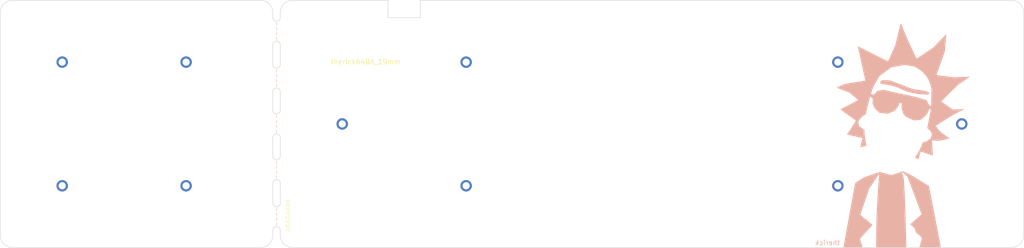
<source format=kicad_pcb>
(kicad_pcb (version 20171130) (host pcbnew "(5.1.2-1)-1")
  (layers (0 F.Cu signal) (31 B.Cu signal) (34 B.Paste user) (35 F.Paste user) (36 B.SilkS user) (37 F.SilkS user) (38 B.Mask user) (39 F.Mask user) (44 Edge.Cuts user))
  (net 0 "")
  (module Keeb_footprints:MX100_outline (layer F.Cu) (at 126.54 107.16)
    (fp_text reference U64)
    (fp_text value HOLE)
  )
  (module Keeb_footprints:MX100_outline (layer F.Cu) (at 107.54 107.16)
    (fp_text reference U63)
    (fp_text value HOLE)
  )
  (module Keeb_footprints:MX100_outline (layer F.Cu) (at 88.54 107.16)
    (fp_text reference U62)
    (fp_text value HOLE)
  )
  (module Keeb_footprints:MX100_outline (layer F.Cu) (at 69.54 107.16)
    (fp_text reference U61)
    (fp_text value HOLE)
  )
  (module Keeb_footprints:MX100_outline (layer F.Cu) (at 126.54 88.16)
    (fp_text reference U60)
    (fp_text value HOLE)
  )
  (module Keeb_footprints:MX100_outline (layer F.Cu) (at 107.54 88.16)
    (fp_text reference U59)
    (fp_text value HOLE)
  )
  (module Keeb_footprints:MX100_outline (layer F.Cu) (at 88.54 88.16)
    (fp_text reference U58)
    (fp_text value HOLE)
  )
  (module Keeb_footprints:MX100_outline (layer F.Cu) (at 69.54 88.16)
    (fp_text reference U57)
    (fp_text value HOLE)
  )
  (module Keeb_footprints:MX100_outline (layer F.Cu) (at 126.54 69.16)
    (fp_text reference U56)
    (fp_text value HOLE)
  )
  (module Keeb_footprints:MX100_outline (layer F.Cu) (at 107.54 69.16)
    (fp_text reference U55)
    (fp_text value HOLE)
  )
  (module Keeb_footprints:MX100_outline (layer F.Cu) (at 88.54 69.16)
    (fp_text reference U54)
    (fp_text value HOLE)
  )
  (module Keeb_footprints:MX100_outline (layer F.Cu) (at 69.54 69.16)
    (fp_text reference U53)
    (fp_text value HOLE)
  )
  (module Keeb_footprints:MX100_outline (layer F.Cu) (at 126.54 50.16)
    (fp_text reference U52)
    (fp_text value HOLE)
  )
  (module Keeb_footprints:MX100_outline (layer F.Cu) (at 107.54 50.16)
    (fp_text reference U51)
    (fp_text value HOLE)
  )
  (module Keeb_footprints:MX100_outline (layer F.Cu) (at 88.54 50.16)
    (fp_text reference U50)
    (fp_text value HOLE)
  )
  (module Keeb_footprints:MX100_outline (layer F.Cu) (at 69.54 50.16)
    (fp_text reference U49)
    (fp_text value HOLE)
  )
  (module Keeb_footprints:MX100_outline (layer F.Cu) (at 364.42 107.16)
    (fp_text reference U48)
    (fp_text value HOLE)
  )
  (module Keeb_footprints:MX100_outline (layer F.Cu) (at 345.42 107.16)
    (fp_text reference U47)
    (fp_text value HOLE)
  )
  (module Keeb_footprints:MX100_outline (layer F.Cu) (at 326.42 107.16)
    (fp_text reference U46)
    (fp_text value HOLE)
  )
  (module Keeb_footprints:MX100_outline (layer F.Cu) (at 307.42 107.16)
    (fp_text reference U45)
    (fp_text value HOLE)
  )
  (module Keeb_footprints:MX100_outline (layer F.Cu) (at 288.42 107.16)
    (fp_text reference U44)
    (fp_text value HOLE)
  )
  (module Keeb_footprints:MX100_outline (layer F.Cu) (at 269.42 107.16)
    (fp_text reference U43)
    (fp_text value HOLE)
  )
  (module Keeb_footprints:MX100_outline (layer F.Cu) (at 250.42 107.16)
    (fp_text reference U42)
    (fp_text value HOLE)
  )
  (module Keeb_footprints:MX100_outline (layer F.Cu) (at 231.42 107.16)
    (fp_text reference U41)
    (fp_text value HOLE)
  )
  (module Keeb_footprints:MX100_outline (layer F.Cu) (at 212.42 107.16)
    (fp_text reference U40)
    (fp_text value HOLE)
  )
  (module Keeb_footprints:MX100_outline (layer F.Cu) (at 193.42 107.16)
    (fp_text reference U39)
    (fp_text value HOLE)
  )
  (module Keeb_footprints:MX100_outline (layer F.Cu) (at 174.42 107.16)
    (fp_text reference U38)
    (fp_text value HOLE)
  )
  (module Keeb_footprints:MX100_outline (layer F.Cu) (at 155.42 107.16)
    (fp_text reference U37)
    (fp_text value HOLE)
  )
  (module Keeb_footprints:MX100_outline (layer F.Cu) (at 364.42 88.16)
    (fp_text reference U36)
    (fp_text value HOLE)
  )
  (module Keeb_footprints:MX100_outline (layer F.Cu) (at 345.42 88.16)
    (fp_text reference U35)
    (fp_text value HOLE)
  )
  (module Keeb_footprints:MX100_outline (layer F.Cu) (at 326.42 88.16)
    (fp_text reference U34)
    (fp_text value HOLE)
  )
  (module Keeb_footprints:MX100_outline (layer F.Cu) (at 307.42 88.16)
    (fp_text reference U33)
    (fp_text value HOLE)
  )
  (module Keeb_footprints:MX100_outline (layer F.Cu) (at 288.42 88.16)
    (fp_text reference U32)
    (fp_text value HOLE)
  )
  (module Keeb_footprints:MX100_outline (layer F.Cu) (at 269.42 88.16)
    (fp_text reference U31)
    (fp_text value HOLE)
  )
  (module Keeb_footprints:MX100_outline (layer F.Cu) (at 250.42 88.16)
    (fp_text reference U30)
    (fp_text value HOLE)
  )
  (module Keeb_footprints:MX100_outline (layer F.Cu) (at 231.42 88.16)
    (fp_text reference U29)
    (fp_text value HOLE)
  )
  (module Keeb_footprints:MX100_outline (layer F.Cu) (at 212.42 88.16)
    (fp_text reference U28)
    (fp_text value HOLE)
  )
  (module Keeb_footprints:MX100_outline (layer F.Cu) (at 193.42 88.16)
    (fp_text reference U27)
    (fp_text value HOLE)
  )
  (module Keeb_footprints:MX100_outline (layer F.Cu) (at 174.42 88.16)
    (fp_text reference U26)
    (fp_text value HOLE)
  )
  (module Keeb_footprints:MX100_outline (layer F.Cu) (at 155.42 88.16)
    (fp_text reference U25)
    (fp_text value HOLE)
  )
  (module Keeb_footprints:MX100_outline (layer F.Cu) (at 364.42 69.16)
    (fp_text reference U24)
    (fp_text value HOLE)
  )
  (module Keeb_footprints:MX100_outline (layer F.Cu) (at 345.42 69.16)
    (fp_text reference U23)
    (fp_text value HOLE)
  )
  (module Keeb_footprints:MX100_outline (layer F.Cu) (at 326.42 69.16)
    (fp_text reference U22)
    (fp_text value HOLE)
  )
  (module Keeb_footprints:MX100_outline (layer F.Cu) (at 307.42 69.16)
    (fp_text reference U21)
    (fp_text value HOLE)
  )
  (module Keeb_footprints:MX100_outline (layer F.Cu) (at 288.42 69.16)
    (fp_text reference U20)
    (fp_text value HOLE)
  )
  (module Keeb_footprints:MX100_outline (layer F.Cu) (at 269.42 69.16)
    (fp_text reference U19)
    (fp_text value HOLE)
  )
  (module Keeb_footprints:MX100_outline (layer F.Cu) (at 250.42 69.16)
    (fp_text reference U18)
    (fp_text value HOLE)
  )
  (module Keeb_footprints:MX100_outline (layer F.Cu) (at 231.42 69.16)
    (fp_text reference U17)
    (fp_text value HOLE)
  )
  (module Keeb_footprints:MX100_outline (layer F.Cu) (at 212.42 69.16)
    (fp_text reference U16)
    (fp_text value HOLE)
  )
  (module Keeb_footprints:MX100_outline (layer F.Cu) (at 193.42 69.16)
    (fp_text reference U15)
    (fp_text value HOLE)
  )
  (module Keeb_footprints:MX100_outline (layer F.Cu) (at 174.42 69.16)
    (fp_text reference U14)
    (fp_text value HOLE)
  )
  (module Keeb_footprints:MX100_outline (layer F.Cu) (at 155.42 69.16)
    (fp_text reference U13)
    (fp_text value HOLE)
  )
  (module Keeb_footprints:MX100_outline (layer F.Cu) (at 364.42 50.16)
    (fp_text reference U12)
    (fp_text value HOLE)
  )
  (module Keeb_footprints:MX100_outline (layer F.Cu) (at 345.42 50.16)
    (fp_text reference U11)
    (fp_text value HOLE)
  )
  (module Keeb_footprints:MX100_outline (layer F.Cu) (at 326.42 50.16)
    (fp_text reference U10)
    (fp_text value HOLE)
  )
  (module Keeb_footprints:MX100_outline (layer F.Cu) (at 307.42 50.16)
    (fp_text reference U9)
    (fp_text value HOLE)
  )
  (module Keeb_footprints:MX100_outline (layer F.Cu) (at 288.42 50.16)
    (fp_text reference U8)
    (fp_text value HOLE)
  )
  (module Keeb_footprints:MX100_outline (layer F.Cu) (at 269.42 50.16)
    (fp_text reference U7)
    (fp_text value HOLE)
  )
  (module Keeb_footprints:MX100_outline (layer F.Cu) (at 250.42 50.16)
    (fp_text reference U6)
    (fp_text value HOLE)
  )
  (module Keeb_footprints:MX100_outline (layer F.Cu) (at 231.42 50.16)
    (fp_text reference U5)
    (fp_text value HOLE)
  )
  (module Keeb_footprints:MX100_outline (layer F.Cu) (at 212.42 50.16)
    (fp_text reference U4)
    (fp_text value HOLE)
  )
  (module Keeb_footprints:MX100_outline (layer F.Cu) (at 193.42 50.16)
    (fp_text reference U3)
    (fp_text value HOLE)
  )
  (module Keeb_footprints:MX100_outline (layer F.Cu) (at 174.42 50.16)
    (fp_text reference U2)
    (fp_text value HOLE)
  )
  (module Keeb_footprints:MX100_outline (layer F.Cu) (at 155.42 50.16)
    (fp_text reference U1)
    (fp_text value HOLE)
  )
  (module random-keyboard-parts:Generic-Mounthole (layer F.Cu) (at 117.04 59.66)
    (fp_text reference H10)
    (fp_text value MountingHole)
    (pad 1 thru_hole circle (at 0 0) (size 3.5 3.5) (drill 2.2) (layers *.Cu *.Mask))
  )
  (module random-keyboard-parts:Generic-Mounthole (layer F.Cu) (at 117.04 97.66)
    (fp_text reference H9)
    (fp_text value MountingHole)
    (pad 1 thru_hole circle (at 0 0) (size 3.5 3.5) (drill 2.2) (layers *.Cu *.Mask))
  )
  (module random-keyboard-parts:Generic-Mounthole (layer F.Cu) (at 79.04 97.66)
    (fp_text reference H8)
    (fp_text value MountingHole)
    (pad 1 thru_hole circle (at 0 0) (size 3.5 3.5) (drill 2.2) (layers *.Cu *.Mask))
  )
  (module random-keyboard-parts:Generic-Mounthole (layer F.Cu) (at 79.04 59.66)
    (fp_text reference H7)
    (fp_text value MountingHole)
    (pad 1 thru_hole circle (at 0 0) (size 3.5 3.5) (drill 2.2) (layers *.Cu *.Mask))
  )
  (module acheron_Hardware:MouseBite_IPC7351 (layer F.Cu) (at 143.64 50.16 90)
    (fp_text reference U70)
    (fp_text value HOLE)
    (pad "" np_thru_hole circle (at -2.5 0 90) (size 0.8 0.8) (drill 0.8) (layers *.Cu *.Mask))
    (pad "" np_thru_hole circle (at -1.25 0 90) (size 0.8 0.8) (drill 0.8) (layers *.Cu *.Mask))
    (pad "" np_thru_hole circle (at 2.5 0 90) (size 0.8 0.8) (drill 0.8) (layers *.Cu *.Mask))
    (pad "" np_thru_hole circle (at 1.25 0 90) (size 0.8 0.8) (drill 0.8) (layers *.Cu *.Mask))
    (pad "" np_thru_hole circle (at 0 0 90) (size 0.8 0.8) (drill 0.8) (layers *.Cu *.Mask))
  )
  (module acheron_Hardware:MouseBite_IPC7351 (layer F.Cu) (at 143.64 64.6 90)
    (fp_text reference U69)
    (fp_text value HOLE)
    (pad "" np_thru_hole circle (at -2.5 0 90) (size 0.8 0.8) (drill 0.8) (layers *.Cu *.Mask))
    (pad "" np_thru_hole circle (at -1.25 0 90) (size 0.8 0.8) (drill 0.8) (layers *.Cu *.Mask))
    (pad "" np_thru_hole circle (at 2.5 0 90) (size 0.8 0.8) (drill 0.8) (layers *.Cu *.Mask))
    (pad "" np_thru_hole circle (at 1.25 0 90) (size 0.8 0.8) (drill 0.8) (layers *.Cu *.Mask))
    (pad "" np_thru_hole circle (at 0 0 90) (size 0.8 0.8) (drill 0.8) (layers *.Cu *.Mask))
  )
  (module acheron_Hardware:MouseBite_IPC7351 (layer F.Cu) (at 143.64 78.66 90)
    (fp_text reference U68)
    (fp_text value HOLE)
    (pad "" np_thru_hole circle (at -2.5 0 90) (size 0.8 0.8) (drill 0.8) (layers *.Cu *.Mask))
    (pad "" np_thru_hole circle (at -1.25 0 90) (size 0.8 0.8) (drill 0.8) (layers *.Cu *.Mask))
    (pad "" np_thru_hole circle (at 2.5 0 90) (size 0.8 0.8) (drill 0.8) (layers *.Cu *.Mask))
    (pad "" np_thru_hole circle (at 1.25 0 90) (size 0.8 0.8) (drill 0.8) (layers *.Cu *.Mask))
    (pad "" np_thru_hole circle (at 0 0 90) (size 0.8 0.8) (drill 0.8) (layers *.Cu *.Mask))
  )
  (module acheron_Hardware:MouseBite_IPC7351 (layer F.Cu) (at 143.64 92.72 90)
    (fp_text reference U67)
    (fp_text value HOLE)
    (pad "" np_thru_hole circle (at -2.5 0 90) (size 0.8 0.8) (drill 0.8) (layers *.Cu *.Mask))
    (pad "" np_thru_hole circle (at -1.25 0 90) (size 0.8 0.8) (drill 0.8) (layers *.Cu *.Mask))
    (pad "" np_thru_hole circle (at 2.5 0 90) (size 0.8 0.8) (drill 0.8) (layers *.Cu *.Mask))
    (pad "" np_thru_hole circle (at 1.25 0 90) (size 0.8 0.8) (drill 0.8) (layers *.Cu *.Mask))
    (pad "" np_thru_hole circle (at 0 0 90) (size 0.8 0.8) (drill 0.8) (layers *.Cu *.Mask))
  )
  (module acheron_Hardware:MouseBite_IPC7351 (layer F.Cu) (at 143.64 107.16 90)
    (fp_text reference U66)
    (fp_text value HOLE)
    (pad "" np_thru_hole circle (at -2.5 0 90) (size 0.8 0.8) (drill 0.8) (layers *.Cu *.Mask))
    (pad "" np_thru_hole circle (at -1.25 0 90) (size 0.8 0.8) (drill 0.8) (layers *.Cu *.Mask))
    (pad "" np_thru_hole circle (at 2.5 0 90) (size 0.8 0.8) (drill 0.8) (layers *.Cu *.Mask))
    (pad "" np_thru_hole circle (at 1.25 0 90) (size 0.8 0.8) (drill 0.8) (layers *.Cu *.Mask))
    (pad "" np_thru_hole circle (at 0 0 90) (size 0.8 0.8) (drill 0.8) (layers *.Cu *.Mask))
  )
  (module Artwork:rick_large (layer B.Cu) (at 337.16625 82.296875 180)
    (fp_text reference U65 hide)
    (fp_text value HOLE hide)
    (fp_poly (pts (xy 7.015348 16.828876) (xy 7.293472 16.555918) (xy 7.179463 16.265675) (xy 7.129511 16.145662) (xy 7.07489 16.054858) (xy 6.997239 15.986717) (xy 6.878202 15.934695) (xy 6.699419 15.892244) (xy 6.442533 15.852821) (xy 6.089185 15.809878) (xy 5.813351 15.778586) (xy 5.115897 15.680371) (xy 4.388311 15.542399) (xy 3.655785 15.371742) (xy 2.943513 15.175471) (xy 2.276688 14.960658) (xy 1.680501 14.734375) (xy 1.180146 14.503692) (xy 1.0795 14.449778) (xy 0.402342 14.116625) (xy -0.39138 13.800847) (xy -1.292025 13.50565) (xy -2.289948 13.234239) (xy -3.20675 13.024787) (xy -3.5783 12.952725) (xy -3.968008 12.89035) (xy -4.394824 12.835683) (xy -4.877699 12.786744) (xy -5.435581 12.741555) (xy -6.087421 12.698138) (xy -6.643891 12.665849) (xy -7.350532 12.626799) (xy -7.576549 12.825244) (xy -7.802566 13.02369) (xy -7.670251 13.247946) (xy -7.608846 13.346706) (xy -7.544687 13.422574) (xy -7.457186 13.485047) (xy -7.325758 13.543623) (xy -7.129814 13.607798) (xy -6.848768 13.687069) (xy -6.536107 13.771137) (xy -6.058887 13.881287) (xy -5.498397 13.977611) (xy -4.836374 14.063075) (xy -4.550905 14.093677) (xy -4.070542 14.145372) (xy -3.684674 14.194513) (xy -3.361081 14.247023) (xy -3.06754 14.308823) (xy -2.77183 14.385833) (xy -2.463338 14.477309) (xy -2.089201 14.599415) (xy -1.694645 14.739606) (xy -1.32836 14.879975) (xy -1.055683 14.995019) (xy -0.864897 15.076463) (xy -0.571936 15.194925) (xy -0.193899 15.343793) (xy 0.252119 15.516454) (xy 0.74902 15.706296) (xy 1.279707 15.906708) (xy 1.827084 16.111078) (xy 1.901192 16.13856) (xy 4.278634 17.019493) (xy 5.507929 17.060663) (xy 6.737225 17.101833) (xy 7.015348 16.828876)) (layer B.SilkS) (width 0.01))
    (fp_poly (pts (xy 1.043847 34.277804) (xy 1.0795 34.255908) (xy 1.094033 34.189366) (xy 1.135755 34.011175) (xy 1.201843 33.733091) (xy 1.289476 33.366867) (xy 1.395834 32.924258) (xy 1.518096 32.41702) (xy 1.653441 31.856908) (xy 1.799048 31.255675) (xy 1.840353 31.085353) (xy 2.601207 27.948892) (xy 3.697728 25.436492) (xy 3.964582 24.829531) (xy 4.20467 24.292426) (xy 4.414362 23.832892) (xy 4.590029 23.458647) (xy 4.728041 23.177407) (xy 4.824767 22.996886) (xy 4.876578 22.924801) (xy 4.879835 22.923797) (xy 4.948542 22.951763) (xy 5.121889 23.032908) (xy 5.391253 23.162954) (xy 5.748013 23.337627) (xy 6.183546 23.552651) (xy 6.68923 23.803751) (xy 7.256444 24.086652) (xy 7.876565 24.397079) (xy 8.540971 24.730756) (xy 9.24104 25.083407) (xy 9.565687 25.247293) (xy 10.404904 25.670873) (xy 11.137824 26.039939) (xy 11.771256 26.357736) (xy 12.31201 26.627506) (xy 12.766895 26.852494) (xy 13.142721 27.035945) (xy 13.446296 27.181101) (xy 13.68443 27.291208) (xy 13.863932 27.369508) (xy 13.991611 27.419247) (xy 14.074277 27.443668) (xy 14.11874 27.446015) (xy 14.131807 27.429532) (xy 14.130811 27.422168) (xy 14.084473 27.22151) (xy 14.016591 26.921487) (xy 13.929576 26.5331) (xy 13.825838 26.067352) (xy 13.707789 25.535245) (xy 13.57784 24.947781) (xy 13.438403 24.315962) (xy 13.291889 23.65079) (xy 13.140709 22.963268) (xy 12.987275 22.264397) (xy 12.833997 21.565179) (xy 12.683286 20.876617) (xy 12.537555 20.209712) (xy 12.399215 19.575467) (xy 12.270675 18.984884) (xy 12.154349 18.448965) (xy 12.052647 17.978712) (xy 11.96798 17.585127) (xy 11.90276 17.279213) (xy 11.859398 17.071971) (xy 11.840305 16.974403) (xy 11.839676 16.968158) (xy 11.904334 16.954459) (xy 12.082374 16.922627) (xy 12.361782 16.874669) (xy 12.730547 16.812592) (xy 13.176657 16.738402) (xy 13.6881 16.654105) (xy 14.252863 16.561709) (xy 14.858935 16.46322) (xy 14.972681 16.444806) (xy 18.08603 15.941111) (xy 19.361765 15.385532) (xy 19.73342 15.22223) (xy 20.062424 15.0749) (xy 20.332077 14.951249) (xy 20.525682 14.858983) (xy 20.626538 14.805811) (xy 20.637233 14.796851) (xy 20.580025 14.767276) (xy 20.417745 14.698516) (xy 20.164209 14.596044) (xy 19.833236 14.465334) (xy 19.438643 14.311857) (xy 18.994247 14.141086) (xy 18.664157 14.015408) (xy 16.691348 13.267065) (xy 15.394174 12.152486) (xy 15.051392 11.856408) (xy 14.742588 11.586711) (xy 14.480255 11.354547) (xy 14.276886 11.171068) (xy 14.144976 11.047427) (xy 14.097017 10.994775) (xy 14.097 10.994537) (xy 14.151089 10.954749) (xy 14.304039 10.864105) (xy 14.541873 10.730026) (xy 14.850614 10.559936) (xy 15.216284 10.361259) (xy 15.624907 10.141417) (xy 16.062507 9.907835) (xy 16.515105 9.667934) (xy 16.968725 9.42914) (xy 17.409389 9.198874) (xy 17.823122 8.98456) (xy 18.195946 8.793622) (xy 18.513883 8.633483) (xy 18.762958 8.511566) (xy 18.843625 8.473566) (xy 19.102753 8.349682) (xy 19.312942 8.241658) (xy 19.451024 8.161913) (xy 19.4945 8.124726) (xy 19.444414 8.079262) (xy 19.300974 7.967816) (xy 19.074406 7.797893) (xy 18.774934 7.576996) (xy 18.412785 7.312632) (xy 17.998183 7.012303) (xy 17.541354 6.683515) (xy 17.11325 6.37711) (xy 16.627564 6.028925) (xy 16.175176 5.701811) (xy 15.766323 5.403373) (xy 15.411242 5.141216) (xy 15.120169 4.922942) (xy 14.90334 4.756156) (xy 14.770994 4.648461) (xy 14.73254 4.608679) (xy 14.766464 4.542089) (xy 14.862956 4.381471) (xy 15.014467 4.138684) (xy 15.213448 3.825591) (xy 15.452348 3.45405) (xy 15.72362 3.035924) (xy 16.019712 2.583072) (xy 16.089709 2.4765) (xy 16.389238 2.019537) (xy 16.664847 1.596538) (xy 16.909148 1.219031) (xy 17.114756 0.898546) (xy 17.274283 0.64661) (xy 17.380343 0.474752) (xy 17.42555 0.394499) (xy 17.426509 0.390132) (xy 17.36222 0.371669) (xy 17.187559 0.328801) (xy 16.916129 0.26468) (xy 16.561533 0.182456) (xy 16.137374 0.08528) (xy 15.657254 -0.023698) (xy 15.134776 -0.141327) (xy 15.047322 -0.160927) (xy 14.51916 -0.279662) (xy 14.031053 -0.390238) (xy 13.596622 -0.489504) (xy 13.229488 -0.574313) (xy 12.943273 -0.641512) (xy 12.751598 -0.687953) (xy 12.668085 -0.710486) (xy 12.665666 -0.711666) (xy 12.675013 -0.776648) (xy 12.713448 -0.946579) (xy 12.776604 -1.203895) (xy 12.860116 -1.53103) (xy 12.959619 -1.910419) (xy 13.0175 -2.12725) (xy 13.12408 -2.526615) (xy 13.217756 -2.882344) (xy 13.294045 -3.177027) (xy 13.348467 -3.393256) (xy 13.376542 -3.513621) (xy 13.379191 -3.532612) (xy 13.316115 -3.52381) (xy 13.155508 -3.490317) (xy 12.923043 -3.438248) (xy 12.644397 -3.373721) (xy 12.345244 -3.302853) (xy 12.051258 -3.231761) (xy 11.788115 -3.166562) (xy 11.581489 -3.113373) (xy 11.457054 -3.078311) (xy 11.432868 -3.068898) (xy 11.433661 -2.998799) (xy 11.473604 -2.861035) (xy 11.481705 -2.839201) (xy 11.514058 -2.719856) (xy 11.562717 -2.495513) (xy 11.623738 -2.186548) (xy 11.693176 -1.813339) (xy 11.767087 -1.396261) (xy 11.812212 -1.131816) (xy 11.907124 -0.546808) (xy 11.977248 -0.063396) (xy 12.025153 0.340843) (xy 12.053406 0.688332) (xy 12.064575 1.001494) (xy 12.065 1.075627) (xy 12.065 1.779638) (xy 12.92225 2.415304) (xy 13.205406 2.626354) (xy 13.449123 2.810074) (xy 13.636681 2.953695) (xy 13.751364 3.044445) (xy 13.7795 3.070182) (xy 13.787777 3.136952) (xy 13.810191 3.302904) (xy 13.843115 3.54147) (xy 13.874962 3.76945) (xy 13.970425 4.449506) (xy 13.39345 5.178207) (xy 13.148671 5.481797) (xy 12.952481 5.707406) (xy 12.77877 5.879761) (xy 12.601427 6.02359) (xy 12.394342 6.163621) (xy 12.2739 6.238466) (xy 12.036764 6.392494) (xy 11.84008 6.537214) (xy 11.71066 6.651998) (xy 11.676356 6.698137) (xy 11.646581 6.795509) (xy 11.593703 6.997106) (xy 11.522568 7.283264) (xy 11.438022 7.634323) (xy 11.344913 8.03062) (xy 11.300414 8.22325) (xy 11.157711 8.839369) (xy 11.017343 9.436048) (xy 10.882451 10.00064) (xy 10.756175 10.520496) (xy 10.641656 10.982967) (xy 10.542034 11.375404) (xy 10.46045 11.68516) (xy 10.400046 11.899586) (xy 10.363961 12.006033) (xy 10.359072 12.01433) (xy 10.297158 11.995208) (xy 10.166571 11.905976) (xy 9.991056 11.763631) (xy 9.912524 11.694673) (xy 9.506557 11.330437) (xy 9.564592 10.647347) (xy 9.622626 9.964256) (xy 9.245405 9.139933) (xy 8.868184 8.315609) (xy 7.52475 7.068099) (xy 6.235506 6.91245) (xy 4.946263 6.756801) (xy 3.871563 7.204276) (xy 2.796864 7.65175) (xy 2.262021 8.347042) (xy 1.930262 8.804865) (xy 1.684225 9.207401) (xy 1.519413 9.553542) (xy 1.424145 9.785876) (xy 1.347597 9.968682) (xy 1.301717 10.07359) (xy 1.294577 10.087456) (xy 1.229128 10.085779) (xy 1.079195 10.057183) (xy 0.95037 10.026318) (xy 0.623234 9.942476) (xy 0.671018 9.305113) (xy 0.693029 9.015314) (xy 0.705865 8.800566) (xy 0.705726 8.629226) (xy 0.688807 8.46965) (xy 0.651308 8.290195) (xy 0.589426 8.059219) (xy 0.499359 7.745078) (xy 0.472216 7.650616) (xy 0.235819 6.82625) (xy -0.260109 6.283627) (xy -0.756036 5.741004) (xy -1.886143 5.230568) (xy -3.01625 4.720131) (xy -4.03225 4.791852) (xy -5.04825 4.863572) (xy -5.715 5.322535) (xy -6.022632 5.540826) (xy -6.257738 5.72882) (xy -6.456679 5.921402) (xy -6.655818 6.153452) (xy -6.868318 6.428937) (xy -7.100643 6.748854) (xy -7.270602 7.014456) (xy -7.400501 7.266087) (xy -7.512646 7.544087) (xy -7.560889 7.681563) (xy -7.649176 7.938078) (xy -7.722395 8.145496) (xy -7.771015 8.277114) (xy -7.785073 8.309586) (xy -7.847792 8.299378) (xy -7.984956 8.247049) (xy -8.058472 8.214336) (xy -8.232001 8.110416) (xy -8.290804 8.015203) (xy -8.288851 8.001) (xy -8.253995 7.85174) (xy -8.199591 7.599648) (xy -8.130045 7.266615) (xy -8.049761 6.87453) (xy -7.963146 6.445283) (xy -7.874604 6.000764) (xy -7.788542 5.562861) (xy -7.709365 5.153465) (xy -7.641478 4.794465) (xy -7.618991 4.672714) (xy -7.542682 4.260981) (xy -7.46282 3.838678) (xy -7.386828 3.444504) (xy -7.322129 3.11716) (xy -7.296194 2.989964) (xy -7.170048 2.38125) (xy -7.704762 1.87325) (xy -7.950267 1.633709) (xy -8.123439 1.443646) (xy -8.248522 1.270067) (xy -8.349763 1.079982) (xy -8.4365 0.877525) (xy -8.633523 0.3898) (xy -8.421064 -0.201975) (xy -8.208604 -0.79375) (xy -7.540952 -1.281431) (xy -7.262594 -1.482573) (xy -7.056355 -1.621695) (xy -6.892701 -1.712911) (xy -6.742099 -1.770332) (xy -6.575014 -1.80807) (xy -6.375391 -1.838366) (xy -6.136266 -1.876465) (xy -5.948778 -1.915377) (xy -5.846218 -1.947943) (xy -5.838011 -1.953934) (xy -5.801474 -2.029213) (xy -5.732636 -2.197848) (xy -5.6419 -2.433588) (xy -5.555375 -2.667) (xy -5.341305 -3.207685) (xy -5.083407 -3.784335) (xy -4.796979 -4.367531) (xy -4.497321 -4.927853) (xy -4.199731 -5.435884) (xy -3.919511 -5.862204) (xy -3.830237 -5.984203) (xy -3.650913 -6.224304) (xy -3.506009 -6.424681) (xy -3.409411 -6.565655) (xy -3.375007 -6.627548) (xy -3.375494 -6.628611) (xy -3.435222 -6.666684) (xy -3.578191 -6.75673) (xy -3.779969 -6.88338) (xy -3.919956 -6.971082) (xy -4.442661 -7.298345) (xy -4.548283 -6.935297) (xy -4.606811 -6.732804) (xy -4.689346 -6.445518) (xy -4.785172 -6.110809) (xy -4.883575 -5.766045) (xy -4.889073 -5.74675) (xy -5.001585 -5.374573) (xy -5.097339 -5.10486) (xy -5.173246 -4.945581) (xy -5.21575 -4.903293) (xy -5.297188 -4.918443) (xy -5.482879 -4.970036) (xy -5.757009 -5.053132) (xy -6.103762 -5.162795) (xy -6.507323 -5.294086) (xy -6.951876 -5.442068) (xy -7.082117 -5.486015) (xy -7.53118 -5.63718) (xy -7.939732 -5.773144) (xy -8.29276 -5.889036) (xy -8.575253 -5.979985) (xy -8.772199 -6.041121) (xy -8.868585 -6.067571) (xy -8.875686 -6.067981) (xy -8.876949 -6.002742) (xy -8.871714 -5.828561) (xy -8.86091 -5.563278) (xy -8.845463 -5.224733) (xy -8.826302 -4.830767) (xy -8.804353 -4.39922) (xy -8.780545 -3.947932) (xy -8.755806 -3.494745) (xy -8.731062 -3.057497) (xy -8.707241 -2.65403) (xy -8.685272 -2.302184) (xy -8.666081 -2.019799) (xy -8.663066 -1.978698) (xy -8.623654 -1.449146) (xy -11.01725 -1.536832) (xy -12.446 -1.205074) (xy -12.855495 -1.108529) (xy -13.223657 -1.018947) (xy -13.532384 -0.940962) (xy -13.763571 -0.879204) (xy -13.899113 -0.838308) (xy -13.926466 -0.826267) (xy -13.893377 -0.776701) (xy -13.771104 -0.665579) (xy -13.57416 -0.504668) (xy -13.317056 -0.305737) (xy -13.014303 -0.080554) (xy -12.942216 -0.028082) (xy -12.443207 0.33397) (xy -12.034425 0.63237) (xy -11.703356 0.878123) (xy -11.437489 1.082233) (xy -11.22431 1.255704) (xy -11.051306 1.409541) (xy -10.905964 1.554749) (xy -10.775771 1.702331) (xy -10.648215 1.863292) (xy -10.510782 2.048637) (xy -10.387906 2.21828) (xy -10.19478 2.491056) (xy -10.033704 2.729327) (xy -9.917241 2.91364) (xy -9.857955 3.024544) (xy -9.853419 3.045788) (xy -9.909641 3.090996) (xy -10.062467 3.197144) (xy -10.301206 3.357221) (xy -10.615168 3.564215) (xy -10.993664 3.811115) (xy -11.426004 4.09091) (xy -11.901499 4.396589) (xy -12.35075 4.68373) (xy -13.011675 5.103308) (xy -13.586506 5.463835) (xy -14.094809 5.776727) (xy -14.556147 6.053398) (xy -14.990087 6.305265) (xy -15.416192 6.543742) (xy -15.854026 6.780244) (xy -16.323155 7.026188) (xy -16.680433 7.209973) (xy -17.124505 7.437973) (xy -17.529136 7.647524) (xy -17.881274 7.831725) (xy -18.167868 7.983675) (xy -18.375867 8.096474) (xy -18.492221 8.163221) (xy -18.512497 8.178671) (xy -18.44605 8.181785) (xy -18.269307 8.179891) (xy -17.998851 8.173449) (xy -17.651268 8.162916) (xy -17.243143 8.148749) (xy -16.791061 8.131405) (xy -16.77235 8.130654) (xy -15.053322 8.061518) (xy -13.273411 9.280955) (xy -12.85295 9.57017) (xy -12.4679 9.837243) (xy -12.130337 10.073629) (xy -11.852334 10.270777) (xy -11.645966 10.420142) (xy -11.523308 10.513174) (xy -11.4935 10.540992) (xy -11.537321 10.591947) (xy -11.663425 10.724084) (xy -11.863776 10.929301) (xy -12.130337 11.1995) (xy -12.455072 11.52658) (xy -12.829943 11.90244) (xy -13.246915 12.31898) (xy -13.69795 12.7681) (xy -14.049436 13.117172) (xy -15.389184 14.44625) (xy -8.462472 14.44625) (xy -8.409172 12.41425) (xy -8.396019 11.882054) (xy -8.384569 11.358604) (xy -8.375199 10.866051) (xy -8.368282 10.42655) (xy -8.364194 10.062251) (xy -8.363308 9.795308) (xy -8.363795 9.731375) (xy -8.36478 9.461235) (xy -8.361184 9.245856) (xy -8.353717 9.111784) (xy -8.346342 9.0805) (xy -8.283862 9.112027) (xy -8.146238 9.194194) (xy -7.985336 9.295201) (xy -7.838048 9.394776) (xy -7.726518 9.491851) (xy -7.632006 9.612905) (xy -7.535771 9.784415) (xy -7.419076 10.032861) (xy -7.344058 10.201315) (xy -7.038411 10.892728) (xy -6.170331 11.19068) (xy -5.567917 11.384278) (xy -4.847824 11.592444) (xy -4.018279 11.81313) (xy -3.08751 12.044288) (xy -2.063747 12.283869) (xy -0.955216 12.529824) (xy 0.132727 12.760034) (xy 0.765059 12.892789) (xy 1.438443 13.037427) (xy 2.123748 13.187471) (xy 2.791843 13.336444) (xy 3.413596 13.47787) (xy 3.959876 13.605272) (xy 4.275042 13.680998) (xy 4.733561 13.790778) (xy 5.1626 13.889342) (xy 5.543493 13.972729) (xy 5.857575 14.036975) (xy 6.086182 14.078118) (xy 6.210648 14.092195) (xy 6.211792 14.092176) (xy 6.362593 14.080036) (xy 6.606247 14.050356) (xy 6.910504 14.007445) (xy 7.243109 13.955609) (xy 7.28153 13.949301) (xy 8.11781 13.81125) (xy 8.607033 13.255625) (xy 8.807951 13.036332) (xy 8.986384 12.857853) (xy 9.122086 12.739414) (xy 9.192181 12.7) (xy 9.327229 12.71174) (xy 9.518207 12.741795) (xy 9.727809 12.78242) (xy 9.918732 12.825869) (xy 10.053671 12.864397) (xy 10.0965 12.887765) (xy 10.077293 12.95792) (xy 10.024083 13.127895) (xy 9.943484 13.377182) (xy 9.84211 13.68527) (xy 9.753317 13.951872) (xy 9.642338 14.276378) (xy 9.538482 14.559355) (xy 9.431242 14.823) (xy 9.31011 15.08951) (xy 9.164577 15.381081) (xy 8.984135 15.71991) (xy 8.758277 16.128195) (xy 8.536861 16.521458) (xy 8.303518 16.932739) (xy 8.085121 17.315111) (xy 7.891014 17.652414) (xy 7.73054 17.92849) (xy 7.613043 18.127181) (xy 7.547868 18.232328) (xy 7.545767 18.235393) (xy 7.467691 18.311684) (xy 7.298971 18.451944) (xy 7.052351 18.646392) (xy 6.740576 18.885241) (xy 6.37639 19.158708) (xy 5.972538 19.457009) (xy 5.620793 19.713231) (xy 3.813639 21.021425) (xy -0.251457 21.784251) (xy -1.665604 21.53289) (xy -3.07975 21.28153) (xy -3.974204 20.81664) (xy -4.512647 20.515605) (xy -4.994366 20.196384) (xy -5.445687 19.837329) (xy -5.892935 19.416796) (xy -6.362438 18.913138) (xy -6.547609 18.70075) (xy -7.06036 18.039439) (xy -7.483584 17.346408) (xy -7.830576 16.595547) (xy -8.114631 15.760749) (xy -8.196863 15.46225) (xy -8.462472 14.44625) (xy -15.389184 14.44625) (xy -16.605371 15.65275) (xy -18.431735 16.884909) (xy -18.857538 17.173328) (xy -19.246742 17.439177) (xy -19.587558 17.674229) (xy -19.868194 17.870258) (xy -20.07686 18.019038) (xy -20.201767 18.112343) (xy -20.233299 18.141869) (xy -20.166483 18.14491) (xy -19.986675 18.142933) (xy -19.707767 18.136353) (xy -19.343652 18.125589) (xy -18.90822 18.111055) (xy -18.415364 18.09317) (xy -17.878976 18.072349) (xy -17.771874 18.068039) (xy -15.33525 17.969407) (xy -12.8905 18.286481) (xy -12.216724 18.373873) (xy -11.658097 18.446594) (xy -11.203836 18.506417) (xy -10.843161 18.555114) (xy -10.565289 18.594461) (xy -10.359438 18.626228) (xy -10.214827 18.652191) (xy -10.120674 18.674122) (xy -10.066196 18.693795) (xy -10.040613 18.712982) (xy -10.033141 18.733458) (xy -10.033 18.756456) (xy -10.053968 18.829505) (xy -10.11436 19.01127) (xy -10.210408 19.291034) (xy -10.338344 19.658084) (xy -10.494399 20.101705) (xy -10.674807 20.611182) (xy -10.875799 21.1758) (xy -11.093606 21.784844) (xy -11.304555 22.372282) (xy -12.576109 25.906407) (xy -12.798573 28.551269) (xy -12.845681 29.116432) (xy -12.888561 29.640789) (xy -12.926197 30.111171) (xy -12.957573 30.514405) (xy -12.981674 30.837321) (xy -12.997483 31.066747) (xy -13.003985 31.189511) (xy -13.003393 31.206806) (xy -12.956982 31.164956) (xy -12.831253 31.040934) (xy -12.635179 30.843856) (xy -12.377732 30.582838) (xy -12.067885 30.267) (xy -11.714611 29.905456) (xy -11.326882 29.507326) (xy -11.024011 29.1955) (xy -9.062272 27.17352) (xy -6.549393 25.483471) (xy -6.04238 25.143328) (xy -5.565558 24.825078) (xy -5.129649 24.53576) (xy -4.745374 24.282414) (xy -4.423455 24.072081) (xy -4.174614 23.911801) (xy -4.009574 23.808612) (xy -3.939133 23.769575) (xy -3.904803 23.793075) (xy -3.845378 23.878871) (xy -3.757836 24.03316) (xy -3.639154 24.262144) (xy -3.486311 24.572022) (xy -3.296286 24.968993) (xy -3.066056 25.459257) (xy -2.792601 26.049013) (xy -2.472898 26.744462) (xy -2.224534 27.287489) (xy -1.868752 28.066769) (xy -1.560715 28.742029) (xy -1.295401 29.324766) (xy -1.067789 29.826479) (xy -0.872856 30.258666) (xy -0.705582 30.632826) (xy -0.560943 30.960456) (xy -0.433918 31.253056) (xy -0.319485 31.522122) (xy -0.212623 31.779155) (xy -0.108309 32.035651) (xy -0.001522 32.30311) (xy 0.11276 32.593029) (xy 0.239559 32.916907) (xy 0.286052 33.035876) (xy 0.45047 33.45392) (xy 0.577525 33.767845) (xy 0.674733 33.992334) (xy 0.749609 34.142075) (xy 0.809667 34.231753) (xy 0.862422 34.276055) (xy 0.91539 34.289666) (xy 0.927797 34.29) (xy 1.043847 34.277804)) (layer B.SilkS) (width 0.01))
    (fp_poly (pts (xy 0.570775 -10.964189) (xy 0.582454 -10.986614) (xy 0.646378 -11.022391) (xy 0.815494 -11.090142) (xy 1.073713 -11.184164) (xy 1.404944 -11.298759) (xy 1.793096 -11.428224) (xy 2.204022 -11.561109) (xy 3.80405 -12.07099) (xy 5.5374 -11.616289) (xy 5.986765 -11.497022) (xy 6.395056 -11.386001) (xy 6.746385 -11.287759) (xy 7.02486 -11.20683) (xy 7.214592 -11.14775) (xy 7.29969 -11.115051) (xy 7.3025 -11.112625) (xy 7.367294 -11.12225) (xy 7.538975 -11.170209) (xy 7.80475 -11.252341) (xy 8.151826 -11.364488) (xy 8.567409 -11.50249) (xy 9.038707 -11.662187) (xy 9.552926 -11.83942) (xy 9.763799 -11.912904) (xy 12.193348 -12.762146) (xy 13.478549 -13.566816) (xy 13.843513 -13.796204) (xy 14.174915 -14.006171) (xy 14.456726 -14.186427) (xy 14.672922 -14.326684) (xy 14.807474 -14.416652) (xy 14.843198 -14.442959) (xy 14.884197 -14.5295) (xy 14.939828 -14.715363) (xy 15.003291 -14.974689) (xy 15.067783 -15.281623) (xy 15.078532 -15.337591) (xy 15.172925 -15.838615) (xy 15.286116 -16.443794) (xy 15.415868 -17.140919) (xy 15.559945 -17.917782) (xy 15.716111 -18.762175) (xy 15.88213 -19.661889) (xy 16.055766 -20.604716) (xy 16.234783 -21.578446) (xy 16.416944 -22.570872) (xy 16.600014 -23.569786) (xy 16.781755 -24.562977) (xy 16.959934 -25.538239) (xy 17.132312 -26.483362) (xy 17.296654 -27.386139) (xy 17.450723 -28.23436) (xy 17.592285 -29.015817) (xy 17.719101 -29.718302) (xy 17.828937 -30.329606) (xy 17.919557 -30.837521) (xy 17.974177 -31.14675) (xy 18.078036 -31.7374) (xy 18.17612 -32.293033) (xy 18.266067 -32.800418) (xy 18.345512 -33.246326) (xy 18.412094 -33.617528) (xy 18.46345 -33.900792) (xy 18.497216 -34.08289) (xy 18.510046 -34.147125) (xy 18.544419 -34.29) (xy 15.590459 -34.29) (xy 14.991605 -34.289068) (xy 14.433438 -34.286399) (xy 13.928422 -34.282182) (xy 13.489021 -34.276605) (xy 13.1277 -34.269859) (xy 12.856923 -34.262131) (xy 12.689155 -34.253612) (xy 12.6365 -34.245193) (xy 12.656412 -34.174067) (xy 12.711933 -34.001991) (xy 12.796734 -33.747889) (xy 12.90449 -33.430688) (xy 13.028873 -33.069313) (xy 13.049249 -33.010517) (xy 13.176116 -32.640337) (xy 13.287188 -32.307736) (xy 13.376064 -32.032588) (xy 13.436341 -31.834769) (xy 13.461618 -31.734154) (xy 13.461999 -31.729105) (xy 13.420425 -31.664581) (xy 13.301446 -31.516486) (xy 13.11368 -31.29468) (xy 12.865742 -31.009026) (xy 12.566249 -30.669382) (xy 12.223817 -30.28561) (xy 11.847064 -29.867571) (xy 11.541125 -29.530868) (xy 11.144071 -29.094755) (xy 10.77418 -28.687226) (xy 10.440098 -28.317896) (xy 10.150469 -27.996382) (xy 9.913939 -27.732298) (xy 9.739153 -27.53526) (xy 9.634757 -27.414885) (xy 9.60777 -27.38046) (xy 9.652917 -27.332467) (xy 9.786942 -27.214679) (xy 9.999051 -27.035999) (xy 10.278445 -26.805333) (xy 10.61433 -26.531587) (xy 10.995907 -26.223665) (xy 11.412382 -25.890472) (xy 11.465145 -25.848455) (xy 11.886185 -25.511032) (xy 12.274102 -25.195719) (xy 12.617969 -24.911737) (xy 12.90686 -24.668306) (xy 13.129847 -24.474644) (xy 13.276004 -24.339972) (xy 13.334402 -24.273509) (xy 13.335 -24.270767) (xy 13.314841 -24.196809) (xy 13.256645 -24.012974) (xy 13.163828 -23.729432) (xy 13.039806 -23.356349) (xy 12.887997 -22.903895) (xy 12.711818 -22.382236) (xy 12.514686 -21.801541) (xy 12.300017 -21.171978) (xy 12.07123 -20.503714) (xy 11.967924 -20.202811) (xy 10.600848 -16.22425) (xy 9.189799 -14.102458) (xy 8.815347 -13.54002) (xy 8.504631 -13.075033) (xy 8.251552 -12.698871) (xy 8.050012 -12.402908) (xy 7.893913 -12.178516) (xy 7.777157 -12.017072) (xy 7.693646 -11.909948) (xy 7.637281 -11.848518) (xy 7.601965 -11.824157) (xy 7.581861 -11.827971) (xy 7.581961 -11.894078) (xy 7.591658 -12.073614) (xy 7.610005 -12.35345) (xy 7.636056 -12.720453) (xy 7.668864 -13.161492) (xy 7.707482 -13.663437) (xy 7.750963 -14.213154) (xy 7.777787 -14.54562) (xy 7.821502 -15.109561) (xy 7.869838 -15.779099) (xy 7.92145 -16.532969) (xy 7.974994 -17.349909) (xy 8.029124 -18.208654) (xy 8.082496 -19.087941) (xy 8.133764 -19.966507) (xy 8.181585 -20.823088) (xy 8.217311 -21.49475) (xy 8.267235 -22.474267) (xy 8.309815 -23.351938) (xy 8.345806 -24.152165) (xy 8.37596 -24.899356) (xy 8.401031 -25.617913) (xy 8.421773 -26.332244) (xy 8.438938 -27.066752) (xy 8.45328 -27.845843) (xy 8.465552 -28.693922) (xy 8.476508 -29.635395) (xy 8.480452 -30.019625) (xy 8.523013 -34.29) (xy -0.762 -34.29) (xy -0.761826 -33.702625) (xy -0.759812 -33.518732) (xy -0.754113 -33.223522) (xy -0.745133 -32.832611) (xy -0.733277 -32.361615) (xy -0.718951 -31.82615) (xy -0.702558 -31.241833) (xy -0.684503 -30.62428) (xy -0.667609 -30.06725) (xy -0.646333 -29.369301) (xy -0.622505 -28.573013) (xy -0.596956 -27.707002) (xy -0.570514 -26.799883) (xy -0.54401 -25.880272) (xy -0.518275 -24.976785) (xy -0.494137 -24.118038) (xy -0.475136 -23.4315) (xy -0.450774 -22.619962) (xy -0.420268 -21.726755) (xy -0.384895 -20.782632) (xy -0.34593 -19.818344) (xy -0.304653 -18.864646) (xy -0.262338 -17.952289) (xy -0.220265 -17.112027) (xy -0.188254 -16.523239) (xy 0.000198 -13.202728) (xy 0.291738 -12.18467) (xy 0.386497 -11.844732) (xy 0.464112 -11.54867) (xy 0.519509 -11.31735) (xy 0.547613 -11.171637) (xy 0.547943 -11.131277) (xy 0.483878 -11.152437) (xy 0.345852 -11.251812) (xy 0.1485 -11.416625) (xy -0.09354 -11.634098) (xy -0.365632 -11.891456) (xy -0.653138 -12.175921) (xy -0.679976 -12.203135) (xy -1.137702 -12.66825) (xy -3.267601 -18.334171) (xy -3.572361 -19.145766) (xy -3.864083 -19.924354) (xy -4.13969 -20.661626) (xy -4.396105 -21.34927) (xy -4.630251 -21.978977) (xy -4.839049 -22.542436) (xy -5.019422 -23.031338) (xy -5.168293 -23.437372) (xy -5.282584 -23.752229) (xy -5.359218 -23.967597) (xy -5.395117 -24.075168) (xy -5.3975 -24.08556) (xy -5.35123 -24.145641) (xy -5.219566 -24.278825) (xy -5.013231 -24.475204) (xy -4.742947 -24.72487) (xy -4.419438 -25.017915) (xy -4.053426 -25.344432) (xy -3.667125 -25.684463) (xy -3.270556 -26.032543) (xy -2.905974 -26.354916) (xy -2.584063 -26.641953) (xy -2.315505 -26.884027) (xy -2.110981 -27.07151) (xy -1.981175 -27.194774) (xy -1.93675 -27.243998) (xy -1.983377 -27.298744) (xy -2.111211 -27.416764) (xy -2.302183 -27.582124) (xy -2.538225 -27.778894) (xy -2.608227 -27.836062) (xy -3.279704 -28.382025) (xy -3.480755 -29.034137) (xy -3.681806 -29.68625) (xy -4.603153 -30.505694) (xy -4.90434 -30.779179) (xy -5.160076 -31.022405) (xy -5.357339 -31.222211) (xy -5.483106 -31.365434) (xy -5.5245 -31.436901) (xy -5.508396 -31.521551) (xy -5.464049 -31.706345) (xy -5.397409 -31.969116) (xy -5.314428 -32.287699) (xy -5.221054 -32.639927) (xy -5.12324 -33.003634) (xy -5.026934 -33.356653) (xy -4.938087 -33.676819) (xy -4.86265 -33.941964) (xy -4.806572 -34.129922) (xy -4.781228 -34.205788) (xy -4.7928 -34.224964) (xy -4.849511 -34.241122) (xy -4.960445 -34.254496) (xy -5.13469 -34.265323) (xy -5.381331 -34.273839) (xy -5.709455 -34.280279) (xy -6.128147 -34.284879) (xy -6.646493 -34.287875) (xy -7.27358 -34.289504) (xy -8.018495 -34.289999) (xy -8.025957 -34.29) (xy -8.765816 -34.289595) (xy -9.388315 -34.288201) (xy -9.903091 -34.285552) (xy -10.319781 -34.281381) (xy -10.648022 -34.275418) (xy -10.897452 -34.267398) (xy -11.077707 -34.257053) (xy -11.198427 -34.244115) (xy -11.269246 -34.228317) (xy -11.299804 -34.209391) (xy -11.303 -34.199076) (xy -11.291178 -34.108661) (xy -11.256786 -33.903417) (xy -11.201435 -33.591684) (xy -11.126736 -33.181805) (xy -11.0343 -32.682121) (xy -10.925738 -32.100973) (xy -10.802661 -31.446702) (xy -10.66668 -30.727651) (xy -10.519406 -29.95216) (xy -10.362451 -29.128571) (xy -10.197424 -28.265226) (xy -10.025937 -27.370466) (xy -9.849601 -26.452632) (xy -9.670027 -25.520066) (xy -9.488826 -24.581109) (xy -9.30761 -23.644103) (xy -9.127988 -22.71739) (xy -8.951572 -21.80931) (xy -8.779974 -20.928205) (xy -8.614804 -20.082417) (xy -8.457672 -19.280286) (xy -8.310191 -18.530156) (xy -8.173971 -17.840366) (xy -8.050623 -17.219259) (xy -7.941758 -16.675175) (xy -7.848987 -16.216457) (xy -7.773921 -15.851446) (xy -7.718171 -15.588483) (xy -7.683348 -15.435909) (xy -7.672112 -15.399067) (xy -7.603322 -15.352366) (xy -7.436185 -15.24611) (xy -7.180939 -15.086616) (xy -6.84782 -14.880201) (xy -6.447063 -14.63318) (xy -5.988905 -14.351869) (xy -5.483583 -14.042586) (xy -4.941332 -13.711645) (xy -4.637471 -13.526585) (xy -3.947557 -13.107762) (xy -3.353808 -12.749889) (xy -2.84476 -12.446493) (xy -2.408954 -12.191097) (xy -2.034928 -11.977229) (xy -1.711222 -11.798415) (xy -1.426374 -11.64818) (xy -1.168923 -11.520051) (xy -0.927408 -11.407552) (xy -0.742497 -11.326396) (xy -0.28832 -11.139002) (xy 0.062398 -11.011058) (xy 0.317354 -10.940591) (xy 0.484247 -10.925626) (xy 0.570775 -10.964189)) (layer B.SilkS) (width 0.01))
  )
  (module random-keyboard-parts:Generic-Mounthole (layer F.Cu) (at 354.92 78.66)
    (fp_text reference H6)
    (fp_text value MountingHole)
    (pad 1 thru_hole circle (at 0 0) (size 3.5 3.5) (drill 2.2) (layers *.Cu *.Mask))
  )
  (module random-keyboard-parts:Generic-Mounthole (layer F.Cu) (at 316.92 97.66)
    (fp_text reference H5)
    (fp_text value MountingHole)
    (pad 1 thru_hole circle (at 0 0) (size 3.5 3.5) (drill 2.2) (layers *.Cu *.Mask))
  )
  (module random-keyboard-parts:Generic-Mounthole (layer F.Cu) (at 316.92 59.66)
    (fp_text reference H4)
    (fp_text value MountingHole)
    (pad 1 thru_hole circle (at 0 0) (size 3.5 3.5) (drill 2.2) (layers *.Cu *.Mask))
  )
  (module random-keyboard-parts:Generic-Mounthole (layer F.Cu) (at 202.92 97.66)
    (fp_text reference H3)
    (fp_text value MountingHole)
    (pad 1 thru_hole circle (at 0 0) (size 3.5 3.5) (drill 2.2) (layers *.Cu *.Mask))
  )
  (module random-keyboard-parts:Generic-Mounthole (layer F.Cu) (at 202.92 59.675)
    (fp_text reference H2)
    (fp_text value MountingHole)
    (pad 1 thru_hole circle (at 0 0) (size 3.5 3.5) (drill 2.2) (layers *.Cu *.Mask))
  )
  (module random-keyboard-parts:Generic-Mounthole (layer F.Cu) (at 164.92 78.66)
    (fp_text reference H1)
    (fp_text value MountingHole)
    (pad 1 thru_hole circle (at 0 0) (size 3.5 3.5) (drill 2.2) (layers *.Cu *.Mask))
  )
  (gr_line (start 60.04 112.86) (end 60.04 44.46) (layer Edge.Cuts) (width 0.15))
  (gr_text therick64BA_19mm (at 161.320286 59.548) (layer F.SilkS) (effects (font (size 1.5 1.5) (thickness 0.2)) (justify left)))
  (gr_arc (start 144.78 111.34) (end 145.92 111.34) (angle -180) (layer Edge.Cuts) (width 0.15))
  (gr_arc (start 144.78 102.98) (end 143.64 102.98) (angle -180) (layer Edge.Cuts) (width 0.15))
  (gr_arc (start 144.78 96.9) (end 145.92 96.9) (angle -180) (layer Edge.Cuts) (width 0.15))
  (gr_arc (start 144.78 88.54) (end 143.64 88.54) (angle -180) (layer Edge.Cuts) (width 0.15))
  (gr_arc (start 144.78 82.84) (end 145.92 82.84) (angle -180) (layer Edge.Cuts) (width 0.15))
  (gr_arc (start 144.78 74.48) (end 143.64 74.48) (angle -180) (layer Edge.Cuts) (width 0.15))
  (gr_arc (start 144.78 68.78) (end 145.92 68.78) (angle -180) (layer Edge.Cuts) (width 0.15))
  (gr_arc (start 144.78 60.42) (end 143.64 60.42) (angle -180) (layer Edge.Cuts) (width 0.15))
  (gr_arc (start 144.78 54.34) (end 145.92 54.34) (angle -180) (layer Edge.Cuts) (width 0.15))
  (gr_arc (start 144.78 45.98) (end 143.64 45.98) (angle -180) (layer Edge.Cuts) (width 0.15))
  (gr_line (start 144.78 109.06) (end 144.78 109.82) (layer B.SilkS) (width 0.15))
  (gr_line (start 144.78 107.54) (end 144.78 108.3) (layer B.SilkS) (width 0.15))
  (gr_line (start 144.78 106.02) (end 144.78 106.78) (layer B.SilkS) (width 0.15))
  (gr_line (start 144.78 104.5) (end 144.78 105.26) (layer B.SilkS) (width 0.15))
  (gr_line (start 144.78 94.62) (end 144.78 95.38) (layer B.SilkS) (width 0.15))
  (gr_line (start 144.78 93.1) (end 144.78 93.86) (layer B.SilkS) (width 0.15))
  (gr_line (start 144.78 91.58) (end 144.78 92.34) (layer B.SilkS) (width 0.15))
  (gr_line (start 144.78 90.06) (end 144.78 90.82) (layer B.SilkS) (width 0.15))
  (gr_line (start 144.78 80.56) (end 144.78 81.32) (layer B.SilkS) (width 0.15))
  (gr_line (start 144.78 79.04) (end 144.78 79.8) (layer B.SilkS) (width 0.15))
  (gr_line (start 144.78 77.52) (end 144.78 78.28) (layer B.SilkS) (width 0.15))
  (gr_line (start 144.78 76) (end 144.78 76.76) (layer B.SilkS) (width 0.15))
  (gr_line (start 144.78 66.5) (end 144.78 67.26) (layer B.SilkS) (width 0.15))
  (gr_line (start 144.78 64.98) (end 144.78 65.74) (layer B.SilkS) (width 0.15))
  (gr_line (start 144.78 63.46) (end 144.78 64.22) (layer B.SilkS) (width 0.15))
  (gr_line (start 144.78 61.94) (end 144.78 62.7) (layer B.SilkS) (width 0.15))
  (gr_line (start 144.78 52.06) (end 144.78 52.82) (layer B.SilkS) (width 0.15))
  (gr_line (start 144.78 50.54) (end 144.78 51.3) (layer B.SilkS) (width 0.15))
  (gr_line (start 144.78 49.02) (end 144.78 49.78) (layer B.SilkS) (width 0.15))
  (gr_line (start 144.78 47.5) (end 144.78 48.26) (layer B.SilkS) (width 0.15))
  (gr_line (start 145.92 68.78) (end 145.92 74.48) (layer Edge.Cuts) (width 0.15))
  (gr_line (start 143.64 68.78) (end 143.64 74.48) (layer Edge.Cuts) (width 0.15))
  (gr_line (start 145.92 54.34) (end 145.92 60.42) (layer Edge.Cuts) (width 0.15))
  (gr_line (start 143.64 54.34) (end 143.64 60.42) (layer Edge.Cuts) (width 0.15))
  (gr_line (start 143.64 44.46) (end 143.64 45.98) (layer Edge.Cuts) (width 0.15))
  (gr_line (start 145.92 44.46) (end 145.92 45.98) (layer Edge.Cuts) (width 0.15))
  (gr_line (start 145.92 96.9) (end 145.92 102.98) (layer Edge.Cuts) (width 0.15))
  (gr_line (start 143.64 96.9) (end 143.64 102.98) (layer Edge.Cuts) (width 0.15))
  (gr_line (start 145.92 82.84) (end 145.92 88.54) (layer Edge.Cuts) (width 0.15))
  (gr_line (start 143.64 82.84) (end 143.64 88.54) (layer Edge.Cuts) (width 0.15))
  (gr_line (start 145.92 111.34) (end 145.92 112.86) (layer Edge.Cuts) (width 0.15))
  (gr_line (start 143.64 111.34) (end 143.64 112.86) (layer Edge.Cuts) (width 0.15))
  (gr_line (start 139.84 40.66) (end 63.84 40.66) (layer Edge.Cuts) (width 0.15))
  (gr_line (start 373.92 112.86) (end 373.92 44.46) (layer Edge.Cuts) (width 0.15))
  (gr_line (start 63.84 116.66) (end 139.84 116.66) (layer Edge.Cuts) (width 0.15))
  (gr_arc (start 63.84 112.86) (end 60.04 112.86) (angle -90) (layer Edge.Cuts) (width 0.15))
  (gr_arc (start 63.84 44.46) (end 63.84 40.66) (angle -90) (layer Edge.Cuts) (width 0.15))
  (gr_arc (start 139.84 44.46) (end 143.64 44.46) (angle -90) (layer Edge.Cuts) (width 0.15))
  (gr_arc (start 139.84 112.86) (end 139.84 116.66) (angle -90) (layer Edge.Cuts) (width 0.15))
  (gr_line (start 188.86 45.98) (end 188.86 40.66) (layer Edge.Cuts) (width 0.15))
  (gr_line (start 178.98 45.98) (end 188.86 45.98) (layer Edge.Cuts) (width 0.15))
  (gr_line (start 178.98 40.66) (end 178.98 45.98) (layer Edge.Cuts) (width 0.15))
  (gr_line (start 149.72 116.66) (end 370.12 116.66) (layer Edge.Cuts) (width 0.15))
  (gr_line (start 149.72 40.66) (end 178.98 40.66) (layer Edge.Cuts) (width 0.15))
  (gr_line (start 370.12 40.66) (end 188.86 40.66) (layer Edge.Cuts) (width 0.15))
  (gr_arc (start 370.12 44.46) (end 373.92 44.46) (angle -90) (layer Edge.Cuts) (width 0.15))
  (gr_arc (start 370.12 112.86) (end 370.12 116.66) (angle -90) (layer Edge.Cuts) (width 0.15))
  (gr_arc (start 149.72 112.86) (end 145.92 112.86) (angle -90) (layer Edge.Cuts) (width 0.15))
  (gr_arc (start 149.72 44.46) (end 149.72 40.66) (angle -90) (layer Edge.Cuts) (width 0.15))
  (gr_text JLCJLCJLCJLC (at 148.2 112.1 90) (layer F.SilkS) (effects (font (size 1 1)) (justify left)))
  (gr_text therick (at 317.68 115.174) (layer B.SilkS) (effects (font (size 1.5 1.5) (thickness 0.2)) (justify left mirror)))
)
</source>
